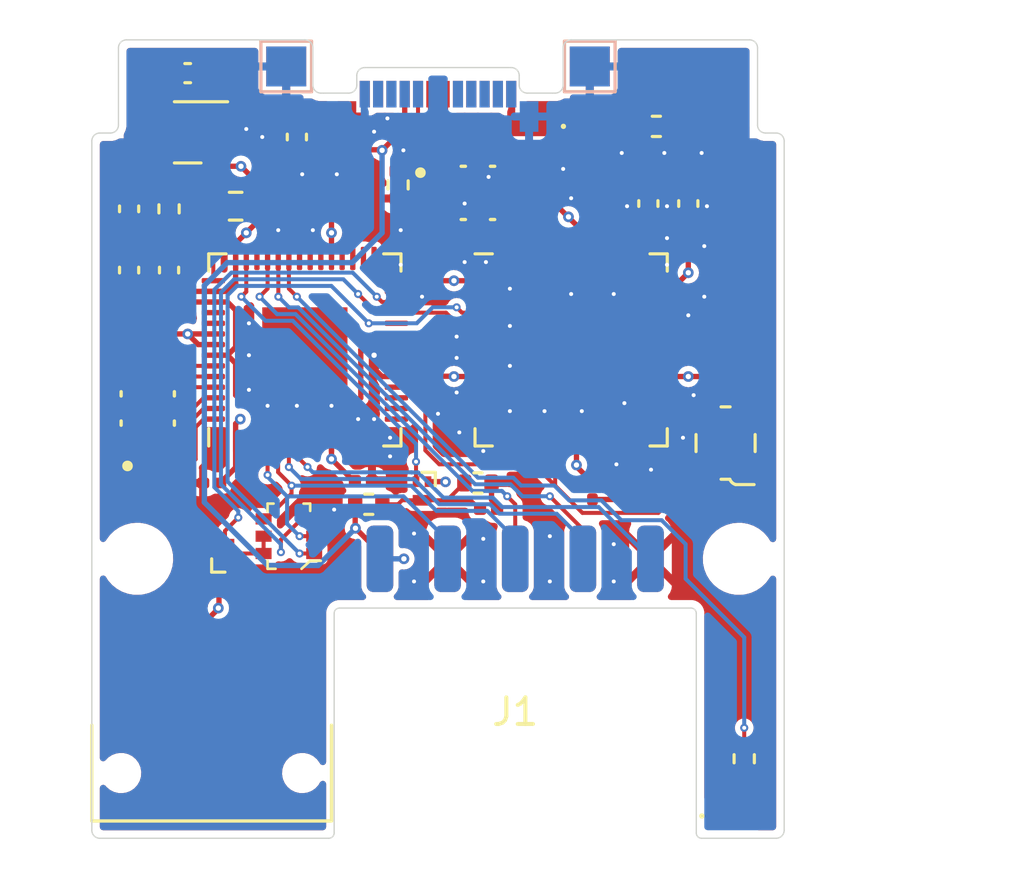
<source format=kicad_pcb>
(kicad_pcb (version 20221018) (generator pcbnew)
  (title_block (title "Expansion Card Template") (rev "X1") (company "Framework") (comment 1 "This work is licensed under a Creative Commons Attribution 4.0 International License") (comment 4 "https://frame.work"))
  (layers (0 "F.Cu" signal) (1 "In1.Cu" signal) (2 "In2.Cu" signal) (31 "B.Cu" signal) (34 "B.Paste" user) (35 "F.Paste" user) (36 "B.SilkS" user "B.Silkscreen") (37 "F.SilkS" user "F.Silkscreen") (38 "B.Mask" user) (39 "F.Mask" user) (44 "Edge.Cuts" user))
  (net 0 "")
  (net 1 "GND")
  (net 2 "+3V3")
  (net 3 "VBUS")
  (net 4 "OSC_OUT")
  (net 6 "/Development Board Section/1V1_CORE")
  (net 7 "/Debug Probe Section/1V1_CORE")
  (net 8 "Net-(C9-Pad1)")
  (net 9 "Net-(Q1-D)")
  (net 10 "Net-(D1-A)")
  (net 11 "Net-(D2-A)")
  (net 12 "Net-(P1-CC)")
  (net 13 "USB_D_P")
  (net 14 "USB_D_N")
  (net 16 "/Development Board Section/GPIO_ADC3")
  (net 18 "LED_EN")
  (net 19 "DEV_ENABLE")
  (net 22 "Net-(U4-USB_DP)")
  (net 23 "Net-(U4-USB_DM)")
  (net 24 "/Development Board Section/ADC_VREF")
  (net 25 "/Development Board Section/QSPI_SS")
  (net 26 "/Debug Probe Section/LED_INT_EN")
  (net 27 "UART1_RX")
  (net 28 "UART1_TX")
  (net 29 "GPIO2")
  (net 30 "GPIO3")
  (net 31 "GPIO4")
  (net 32 "GPIO5")
  (net 43 "SWCLK")
  (net 44 "SWDIO")
  (net 45 "/Development Board Section/RUN")
  (net 55 "GPIO_ADC0")
  (net 56 "GPIO_ADC1")
  (net 58 "/Development Board Section/QSPI_SD3")
  (net 59 "/Development Board Section/QSPI_SCLK")
  (net 60 "/Development Board Section/QSPI_SD0")
  (net 61 "/Development Board Section/QSPI_SD2")
  (net 62 "/Development Board Section/QSPI_SD1")
  (net 92 "/Debug Probe Section/QSPI_SD3")
  (net 93 "/Debug Probe Section/QSPI_SCLK")
  (net 94 "/Debug Probe Section/QSPI_SD0")
  (net 95 "/Debug Probe Section/QSPI_SD2")
  (net 96 "/Debug Probe Section/QSPI_SD1")
  (net 97 "/Debug Probe Section/QSPI_SS")
  (footprint "MountingHole:MountingHole_2.2mm_M2" (layer "F.Cu") (at 129 104.55)
    (fp_text reference "H1" hide)
    (fp_text value "MountingHole")
  )
  (footprint "SnapEDA:IC_W25Q16JVUXIQ_TR" (layer "F.Cu") (at 141.8 90.8)
    (fp_text reference "U5" hide)
    (fp_text value "W25Q16JVUXIQ")
  )
  (footprint "Package_DFN_QFN:QFN-56-1EP_7x7mm_P0.4mm_EP3.2x3.2mm" (layer "F.Cu") (at 135.3 96.7 90)
    (fp_text reference "U2" hide)
    (fp_text value "RP2040")
  )
  (footprint "digikey-footprints:SOT-363" (layer "F.Cu") (at 134.7 103.7 90)
    (fp_text reference "Q3" hide)
    (fp_text value "Q_Dual_NPN_NPN_C2E2C1E1B1B2")
  )
  (footprint "Capacitor_SMD:C_0201_0603Metric" (layer "F.Cu") (at 136.6 91.7)
    (fp_text reference "C24" hide)
    (fp_text value "100n")
  )
  (footprint "LED_SMD:LED_0402_1005Metric" (layer "F.Cu") (at 151.3 114.2125)
    (fp_text reference "D1" hide)
    (fp_text value "Green")
  )
  (footprint "Capacitor_SMD:C_0201_0603Metric" (layer "F.Cu") (at 140.3 97.9 -90)
    (fp_text reference "C19" hide)
    (fp_text value "100n")
  )
  (footprint "Capacitor_SMD:C_0201_0603Metric" (layer "F.Cu") (at 130.3 95.8 90)
    (fp_text reference "C6" hide)
    (fp_text value "100n")
  )
  (footprint "Capacitor_SMD:C_0402_1005Metric" (layer "F.Cu") (at 135 88.7 90)
    (fp_text reference "C1" hide)
    (fp_text value "10u")
  )
  (footprint "MountingHole:MountingHole_2.2mm_M2" (layer "F.Cu") (at 151.6 104.55)
    (fp_text reference "H2" hide)
    (fp_text value "MountingHole")
  )
  (footprint "Expansion_Card:USB_C_Plug_Molex_105444" (layer "F.Cu") (at 140.3 87.05)
    (fp_text reference "P1" hide)
    (fp_text value "USB_C_Plug_USB2.0")
    (fp_line (start -3.35 0) (end -4.3 0) (stroke (width 0.05)) (layer "Edge.Cuts"))
    (fp_line (start -3.05 -0.66) (end -3.05 -0.3) (stroke (width 0.05)) (layer "Edge.Cuts"))
    (fp_line (start -2.75 -0.96) (end 2.75 -0.96) (stroke (width 0.05)) (layer "Edge.Cuts"))
    (fp_line (start 3.05 -0.66) (end 3.05 -0.3) (stroke (width 0.05)) (layer "Edge.Cuts"))
    (fp_line (start 3.35 0) (end 4.3 0) (stroke (width 0.05)) (layer "Edge.Cuts"))
    (fp_arc (start -3.05 -0.66) (mid -2.962132 -0.872132) (end -2.75 -0.96) (stroke (width 0.05)) (layer "Edge.Cuts"))
    (fp_arc (start -3.05 -0.3) (mid -3.137868 -0.087868) (end -3.35 0) (stroke (width 0.05)) (layer "Edge.Cuts"))
    (fp_arc (start 2.75 -0.96) (mid 2.962132 -0.872132) (end 3.05 -0.66) (stroke (width 0.05)) (layer "Edge.Cuts"))
    (fp_arc (start 3.35 0) (mid 3.137868 -0.087868) (end 3.05 -0.3) (stroke (width 0.05)) (layer "Edge.Cuts"))
  )
  (footprint "Package_DFN_QFN:QFN-56-1EP_7x7mm_P0.4mm_EP3.2x3.2mm" (layer "F.Cu") (at 145.3 96.7)
    (fp_text reference "U4" hide)
    (fp_text value "RP2040")
  )
  (footprint "Capacitor_SMD:C_0402_1005Metric" (layer "F.Cu") (at 148.2 91.2 90)
    (fp_text reference "C14" hide)
    (fp_text value "2u2")
  )
  (footprint "Capacitor_SMD:C_0402_1005Metric" (layer "F.Cu") (at 128.7 93.7 90)
    (fp_text reference "C7" hide)
    (fp_text value "2u2")
  )
  (footprint "Capacitor_SMD:C_0402_1005Metric" (layer "F.Cu") (at 128.7 91.4 90)
    (fp_text reference "C9" hide)
    (fp_text value "2u2")
  )
  (footprint "Package_DFN_QFN:Diodes_UDFN2020-6_Type-F" (layer "F.Cu") (at 131.4 88.525 180)
    (fp_text reference "U1" hide)
    (fp_text value "AP7366EA-3.3")
  )
  (footprint "Capacitor_SMD:C_0402_1005Metric" (layer "F.Cu") (at 130.2 93.7 90)
    (fp_text reference "C8" hide)
    (fp_text value "2u2")
  )
  (footprint "Capacitor_SMD:C_0201_0603Metric" (layer "F.Cu") (at 137.5 101.6)
    (fp_text reference "C22" hide)
    (fp_text value "100n")
  )
  (footprint "SnapEDA:Pinheader_PCB_Edge_2x5_2.54mm" (layer "F.Cu") (at 143.2 110.8)
    (fp_text reference "J1")
    (fp_text value "Conn 10P")
  )
  (footprint "TestPoint:TestPoint_Pad_1.5x1.5mm" (layer "F.Cu") (at 146 86.05)
    (fp_text reference "TP3" hide)
    (fp_text value "TestPoint")
  )
  (footprint "TestPoint:TestPoint_Pad_1.5x1.5mm" (layer "F.Cu") (at 134.6 86.05)
    (fp_text reference "TP1" hide)
    (fp_text value "TestPoint")
  )
  (footprint "Oscillator:Oscillator_SMD_ECS_2520MV-xxx-xx-4Pin_2.5x2.0mm" (layer "F.Cu") (at 151.1 100.2 180)
    (fp_text reference "X1" hide)
    (fp_text value "ECS-2520MVLC-120-CM-TR")
  )
  (footprint "Capacitor_SMD:C_0201_0603Metric" (layer "F.Cu") (at 142.2 102.7)
    (fp_text reference "C18" hide)
    (fp_text value "1n")
  )
  (footprint "Capacitor_SMD:C_0201_0603Metric" (layer "F.Cu") (at 129 95.8 90)
    (fp_text reference "C11" hide)
    (fp_text value "100n")
  )
  (footprint "Capacitor_SMD:C_0201_0603Metric" (layer "F.Cu") (at 140.3 96.2 90)
    (fp_text reference "C5" hide)
    (fp_text value "100n")
  )
  (footprint "Resistor_SMD:R_0603_1608Metric" (layer "F.Cu") (at 132.7 91.3 180)
    (fp_text reference "R11" hide)
    (fp_text value "200R")
  )
  (footprint "SnapEDA:IC_W25Q16JVUXIQ_TR" (layer "F.Cu") (at 129.4 98.9 90)
    (fp_text reference "U3" hide)
    (fp_text value "W25Q16JVUXIQ")
  )
  (footprint "Capacitor_SMD:C_0201_0603Metric" (layer "F.Cu") (at 140.3 93.8 90)
    (fp_text reference "C16" hide)
    (fp_text value "100n")
  )
  (footprint "Package_DFN_QFN:Diodes_DFN1006-3" (layer "F.Cu") (at 132.3 104.35 90)
    (fp_text reference "Q2" hide)
    (fp_text value "Q_PMOS_SGD")
  )
  (footprint "Resistor_SMD:R_0402_1005Metric" (layer "F.Cu") (at 130.2 91.4 -90)
    (fp_text reference "R12" hide)
    (fp_text value "1R")
  )
  (footprint "Capacitor_SMD:C_0201_0603Metric" (layer "F.Cu") (at 150.3 97.4 90)
    (fp_text reference "C21" hide)
    (fp_text value "100n")
  )
  (footprint "Capacitor_SMD:C_0201_0603Metric" (layer "F.Cu") (at 146.1 102 -90)
    (fp_text reference "C20" hide)
    (fp_text value "100n")
  )
  (footprint "Capacitor_SMD:C_0402_1005Metric" (layer "F.Cu") (at 130.9 86.3)
    (fp_text reference "C2" hide)
    (fp_text value "10u")
  )
  (footprint "Resistor_SMD:R_0402_1005Metric" (layer "F.Cu") (at 138.8 90.5 -90)
    (fp_text reference "R1" hide)
    (fp_text value "5k1")
  )
  (footprint "Package_DFN_QFN:Diodes_DFN1006-3" (layer "F.Cu") (at 139.7 102 -90)
    (fp_text reference "Q1" hide)
    (fp_text value "DMG1012T")
  )
  (footprint "Capacitor_SMD:C_0201_0603Metric" (layer "F.Cu") (at 131.8 101.7 180)
    (fp_text reference "C10" hide)
    (fp_text value "100n")
  )
  (footprint "Resistor_SMD:R_0402_1005Metric" (layer "F.Cu") (at 148.5 88.3 180)
    (fp_text reference "R17" hide)
    (fp_text value "470R")
  )
  (footprint "Capacitor_SMD:C_0201_0603Metric" (layer "F.Cu") (at 147.3 102 -90)
    (fp_text reference "C12" hide)
    (fp_text value "100n")
  )
  (footprint "Resistor_SMD:R_0402_1005Metric" (layer "F.Cu") (at 137.7 102.5)
    (fp_text reference "R15" hide)
    (fp_text value "200K")
  )
  (footprint "Capacitor_SMD:C_0201_0603Metric" (layer "F.Cu") (at 144.7 90.8 90)
    (fp_text reference "C13" hide)
    (fp_text value "100n")
  )
  (footprint "Capacitor_SMD:C_0402_1005Metric" (layer "F.Cu") (at 149.7 91.2 90)
    (fp_text reference "C15" hide)
    (fp_text value "2u2")
  )
  (footprint "SnapEDA:SW_JS102011SAQN" (layer "F.Cu") (at 131.8 112.6)
    (fp_text reference "S1" hide)
    (fp_text value "JS102011SAQN")
  )
  (footprint "Resistor_SMD:R_0402_1005Metric" (layer "F.Cu") (at 141.8 101.7)
    (fp_text reference "R16" hide)
    (fp_text value "100K")
  )
  (footprint "Resistor_SMD:R_0201_0603Metric" (layer "F.Cu") (at 145.9 91.3 -90)
    (fp_text reference "R9" hide)
    (fp_text value "27R")
  )
  (footprint "Resistor_SMD:R_0201_0603Metric" (layer "F.Cu") (at 146.8 91.3 -90)
    (fp_text reference "R10" hide)
    (fp_text value "27R")
  )
  (footprint "LED_SMD:LED_0402_1005Metric" (layer "F.Cu") (at 146.1 88.3)
    (fp_text reference "D2" hide)
    (fp_text value "Orange")
  )
  (footprint "Resistor_SMD:R_0402_1005Metric" (layer "F.Cu") (at 151.8 112.0625 -90)
    (fp_text reference "R4" hide)
    (fp_text value "470R")
  )
  (footprint "TestPoint:TestPoint_Pad_1.5x1.5mm" (layer "B.Cu") (at 134.6 86.05 180)
    (fp_text reference "TP2" hide)
    (fp_text value "TestPoint")
  )
  (footprint "TestPoint:TestPoint_Pad_1.5x1.5mm" (layer "B.Cu") (at 146 86.05 180)
    (fp_text reference "TP4" hide)
    (fp_text value "TestPoint")
  )
  (gr_arc (start 150.2 115.05) (mid 150.058579 114.991421) (end 150 114.85) (stroke (width 0.05)) (layer "Edge.Cuts"))
  (gr_line (start 145.3 85.05) (end 152 85.05) (stroke (width 0.05)) (layer "Edge.Cuts"))
  (gr_line (start 136.4 114.85) (end 136.4 106.6) (stroke (width 0.05)) (layer "Edge.Cuts"))
  (gr_line (start 128.3 88.25) (end 128.3 85.35) (stroke (width 0.05)) (layer "Edge.Cuts"))
  (gr_line (start 135.6 86.75) (end 135.6 85.35) (stroke (width 0.05)) (layer "Edge.Cuts"))
  (gr_arc (start 153.3 114.75) (mid 153.212132 114.962132) (end 153 115.05) (stroke (width 0.05)) (layer "Edge.Cuts"))
  (gr_arc (start 135.9 87.05) (mid 135.687868 86.962132) (end 135.6 86.75) (stroke (width 0.05)) (layer "Edge.Cuts"))
  (gr_line (start 127.3 88.85) (end 127.3 114.75) (stroke (width 0.05)) (layer "Edge.Cuts"))
  (gr_arc (start 128.3 85.35) (mid 128.387868 85.137868) (end 128.6 85.05) (stroke (width 0.05)) (layer "Edge.Cuts"))
  (gr_arc (start 153 88.55) (mid 153.212132 88.637868) (end 153.3 88.85) (stroke (width 0.05)) (layer "Edge.Cuts"))
  (gr_arc (start 127.6 115.05) (mid 127.387868 114.962132) (end 127.3 114.75) (stroke (width 0.05)) (layer "Edge.Cuts"))
  (gr_line (start 152.3 88.25) (end 152.3 85.35) (stroke (width 0.05)) (layer "Edge.Cuts"))
  (gr_arc (start 145 85.35) (mid 145.087868 85.137868) (end 145.3 85.05) (stroke (width 0.05)) (layer "Edge.Cuts"))
  (gr_line (start 150 106.6) (end 150 114.85) (stroke (width 0.05)) (layer "Edge.Cuts"))
  (gr_arc (start 136.4 114.85) (mid 136.341421 114.991421) (end 136.2 115.05) (stroke (width 0.05)) (layer "Edge.Cuts"))
  (gr_arc (start 149.8 106.4) (mid 149.941421 106.458579) (end 150 106.6) (stroke (width 0.05)) (layer "Edge.Cuts"))
  (gr_line (start 152.6 88.55) (end 153 88.55) (stroke (width 0.05)) (layer "Edge.Cuts"))
  (gr_arc (start 136.4 106.6) (mid 136.458579 106.458579) (end 136.6 106.4) (stroke (width 0.05)) (layer "Edge.Cuts"))
  (gr_arc (start 145 86.75) (mid 144.912132 86.962132) (end 144.7 87.05) (stroke (width 0.05)) (layer "Edge.Cuts"))
  (gr_line (start 150.2 115.05) (end 153 115.05) (stroke (width 0.05)) (layer "Edge.Cuts"))
  (gr_line (start 136.6 106.4) (end 149.8 106.4) (stroke (width 0.05)) (layer "Edge.Cuts"))
  (gr_line (start 135.3 85.05) (end 128.6 85.05) (stroke (width 0.05)) (layer "Edge.Cuts"))
  (gr_line (start 127.6 115.05) (end 136.2 115.05) (stroke (width 0.05)) (layer "Edge.Cuts"))
  (gr_line (start 145 86.75) (end 145 85.35) (stroke (width 0.05)) (layer "Edge.Cuts"))
  (gr_arc (start 127.3 88.85) (mid 127.387868 88.637868) (end 127.6 88.55) (stroke (width 0.05)) (layer "Edge.Cuts"))
  (gr_line (start 153.3 88.85) (end 153.3 114.75) (stroke (width 0.05)) (layer "Edge.Cuts"))
  (gr_line (start 144.6 87.05) (end 144.7 87.05) (stroke (width 0.05)) (layer "Edge.Cuts"))
  (gr_arc (start 152.6 88.55) (mid 152.387868 88.462132) (end 152.3 88.25) (stroke (width 0.05)) (layer "Edge.Cuts"))
  (gr_arc (start 135.3 85.05) (mid 135.512132 85.137868) (end 135.6 85.35) (stroke (width 0.05)) (layer "Edge.Cuts"))
  (gr_line (start 127.6 88.55) (end 128 88.55) (stroke (width 0.05)) (layer "Edge.Cuts"))
  (gr_line (start 135.9 87.05) (end 136 87.05) (stroke (width 0.05)) (layer "Edge.Cuts"))
  (gr_arc (start 152 85.05) (mid 152.212132 85.137868) (end 152.3 85.35) (stroke (width 0.05)) (layer "Edge.Cuts"))
  (gr_arc (start 128.3 88.25) (mid 128.212132 88.462132) (end 128 88.55) (stroke (width 0.05)) (layer "Edge.Cuts"))
  (segment (start 146.1 102.32) (end 147.3 102.32) (width 0.2) (layer "F.Cu") (net 1))
  (segment (start 142.52 102.7) (end 142.52 102.544312) (width 0.2) (layer "F.Cu") (net 1))
  (segment (start 140.96967 96.2) (end 141 96.2) (width 0.2) (layer "F.Cu") (net 1))
  (segment (start 137.9 97.4) (end 138.2 97.7) (width 0.2) (layer "F.Cu") (net 1))
  (segment (start 140.3 95.88) (end 140.64967 95.88) (width 0.2) (layer "F.Cu") (net 1))
  (segment (start 140.64967 95.88) (end 140.96967 96.2) (width 0.2) (layer "F.Cu") (net 1))
  (segment (start 142.52 102.544312) (end 142.31 102.334312) (width 0.2) (layer "F.Cu") (net 1))
  (segment (start 142.31 102.334312) (end 142.31 101.7) (width 0.2) (layer "F.Cu") (net 1))
  (segment (start 144.3 100.1375) (end 144.3 99.3) (width 0.2) (layer "F.Cu") (net 1))
  (segment (start 138.2 97.7) (end 138.7375 97.7) (width 0.2) (layer "F.Cu") (net 1))
  (segment (start 137.9 96.9) (end 137.9 97.4) (width 0.2) (layer "F.Cu") (net 1))
  (via (at 148.9 92.5) (size 0.3) (drill 0.15) (layers "F.Cu" "B.Cu") (net 1))
  (via (at 138.5 100.7) (size 0.3) (drill 0.15) (layers "F.Cu" "B.Cu") (net 1))
  (via (at 146.9 105.4) (size 0.3) (drill 0.15) (layers "F.Cu" "B.Cu") (net 1))
  (via (at 134.3 92.2) (size 0.3) (drill 0.15) (layers "F.Cu" "B.Cu") (net 1))
  (via (at 139.7 94.7) (size 0.3) (drill 0.15) (layers "F.Cu" "B.Cu") (net 1))
  (via (at 148.9 91.3) (size 0.3) (drill 0.15) (layers "F.Cu" "B.Cu") (net 1))
  (via (at 133.2 98.2) (size 0.3) (drill 0.15) (layers "F.Cu" "B.Cu") (net 1))
  (via (at 133.7 88.7) (size 0.3) (drill 0.15) (layers "F.Cu" "B.Cu") (net 1))
  (via (at 148.8 89.3) (size 0.3) (drill 0.15) (layers "F.Cu" "B.Cu") (net 1))
  (via (at 141 98.3) (size 0.3) (drill 0.15) (layers "F.Cu" "B.Cu") (net 1))
  (via (at 144.3 99) (size 0.3) (drill 0.15) (layers "F.Cu" "B.Cu") (net 1))
  (via (at 150.4 91.3) (size 0.3) (drill 0.15) (layers "F.Cu" "B.Cu") (net 1))
  (via (at 133.2 96.9) (size 0.3) (drill 0.15) (layers "F.Cu" "B.Cu") (net 1))
  (via (at 148.9 93.5) (size 0.3) (drill 0.15) (layers "F.Cu" "B.Cu") (net 1))
  (via (at 143 95.8) (size 0.3) (drill 0.15) (layers "F.Cu" "B.Cu") (net 1))
  (via (at 133.1 88.4) (size 0.3) (drill 0.15) (layers "F.Cu" "B.Cu") (net 1))
  (via (at 139 89.2) (size 0.3) (drill 0.15) (layers "F.Cu" "B.Cu") (net 1))
  (via (at 145 89.9) (size 0.3) (drill 0.15) (layers "F.Cu" "B.Cu") (net 1))
  (via (at 149.5 100) (size 0.3) (drill 0.15) (layers "F.Cu" "B.Cu") (net 1))
  (via (at 147 101) (size 0.3) (drill 0.15) (layers "F.Cu" "B.Cu") (net 1))
  (via (at 138.4 88) (size 0.3) (drill 0.15) (layers "F.Cu" "B.Cu") (net 1))
  (via (at 138.9 93.5) (size 0.3) (drill 0.15) (layers "F.Cu" "B.Cu") (net 1))
  (via (at 133.2 95.7) (size 0.3) (drill 0.15) (layers "F.Cu" "B.Cu") (net 1))
  (via (at 140.3 99.1) (size 0.3) (drill 0.15) (layers "F.Cu" "B.Cu") (net 1))
  (via (at 148.3 101.2) (size 0.3) (drill 0.15) (layers "F.Cu" "B.Cu") (net 1))
  (via (at 136.3 98.8) (size 0.3) (drill 0.15) (layers "F.Cu" "B.Cu") (net 1))
  (via (at 143 97.3) (size 0.3) (drill 0.15) (layers "F.Cu" "B.Cu") (net 1))
  (via (at 142 103.8) (size 0.3) (drill 0.15) (layers "F.Cu" "B.Cu") (net 1))
  (via (at 143 99) (size 0.3) (drill 0.15) (layers "F.Cu" "B.Cu") (net 1))
  (via (at 147.2 89.3) (size 0.3) (drill 0.15) (layers "F.Cu" "B.Cu") (net 1))
  (via (at 135 98.8) (size 0.3) (drill 0.15) (layers "F.Cu" "B.Cu") (net 1))
  (via (at 136.4 102.7) (size 0.3) (drill 0.15) (layers "F.Cu" "B.Cu") (net 1))
  (via (at 149.7 95.4) (size 0.3) (drill 0.15) (layers "F.Cu" "B.Cu") (net 1))
  (via (at 141.3 93.4) (size 0.3) (drill 0.15) (layers "F.Cu" "B.Cu") (net 1))
  (via (at 150.3 94.7) (size 0.3) (drill 0.15) (layers "F.Cu" "B.Cu") (net 1))
  (via (at 147.4 91.3) (size 0.3) (drill 0.15) (layers "F.Cu" "B.Cu") (net 1))
  (via (at 149.9 98.4) (size 0.3) (drill 0.15) (layers "F.Cu" "B.Cu") (net 1))
  (via (at 150.3 92.8) (size 0.3) (drill 0.15) (layers "F.Cu" "B.Cu") (net 1))
  (via (at 141 96.2) (size 0.3) (drill 0.15) (layers "F.Cu" "B.Cu") (net 1))
  (via (at 145.3 94.6) (size 0.3) (drill 0.15) (layers "F.Cu" "B.Cu") (net 1))
  (via (at 136.5 90.1) (size 0.3) (drill 0.15) (layers "F.Cu" "B.Cu") (net 1))
  (via (at 141.1 99.8) (size 0.3) (drill 0.15) (layers "F.Cu" "B.Cu") (net 1))
  (via (at 142 100.5) (size 0.3) (drill 0.15) (layers "F.Cu" "B.Cu") (net 1))
  (via (at 137.3 99.3) (size 0.3) (drill 0.15) (layers "F.Cu" "B.Cu") (net 1))
  (via (at 142.1 93.4) (size 0.3) (drill 0.15) (layers "F.Cu" "B.Cu") (net 1))
  (via (at 146.9 104) (size 0.3) (drill 0.15) (layers "F.Cu" "B.Cu") (net 1))
  (via (at 142 105.4) (size 0.3) (drill 0.15) (layers "F.Cu" "B.Cu") (net 1))
  (via (at 145.7 99) (size 0.3) (drill 0.15) (layers "F.Cu" "B.Cu") (net 1))
  (via (at 144.5 105.4) (size 0.3) (drill 0.15) (layers "F.Cu" "B.Cu") (net 1))
  (via (at 141 97) (size 0.3) (drill 0.15) (layers "F.Cu" "B.Cu") (net 1))
  (via (at 135.2 90.1) (size 0.3) (drill 0.15) (layers "F.Cu" "B.Cu") (net 1))
  (via (at 139.4 103.6) (size 0.3) (drill 0.15) (layers "F.Cu" "B.Cu") (net 1))
  (via (at 142.2 90.2) (size 0.3) (drill 0.15) (layers "F.Cu" "B.Cu") (net 1))
  (via (at 137.9 99.3) (size 0.3) (drill 0.15) (layers "F.Cu" "B.Cu") (net 1))
  (via (at 150.2 89.3) (size 0.3) (drill 0.15) (layers "F.Cu" "B.Cu") (net 1))
  (via (at 145.3 91) (size 0.3) (drill 0.15) (layers "F.Cu" "B.Cu") (net 1))
  (via (at 139.4 105.4) (size 0.3) (drill 0.15) (layers "F.Cu" "B.Cu") (net 1))
  (via (at 135.6 92.2) (size 0.3) (drill 0.15) (layers "F.Cu" "B.Cu") (net 1))
  (via (at 144.5 103.7) (size 0.3) (drill 0.15) (layers "F.Cu" "B.Cu") (net 1))
  (via (at 146.9 94.6) (size 0.3) (drill 0.15) (layers "F.Cu" "B.Cu") (net 1))
  (via (at 133.9 98.8) (size 0.3) (drill 0.15) (layers "F.Cu" "B.Cu") (net 1))
  (via (at 147.3 98.7) (size 0.3) (drill 0.15) (layers "F.Cu" "B.Cu") (net 1))
  (via (at 138.5 100) (size 0.3) (drill 0.15) (layers "F.Cu" "B.Cu") (net 1))
  (via (at 137.9 88.5) (size 0.3) (drill 0.15) (layers "F.Cu" "B.Cu") (net 1))
  (via (at 143 94.4) (size 0.3) (drill 0.15) (layers "F.Cu" "B.Cu") (net 1))
  (via (at 138.9 92.2) (size 0.3) (drill 0.15) (layers "F.Cu" "B.Cu") (net 1))
  (via (at 137.9 96.9) (size 0.4) (drill 0.2) (layers "F.Cu" "B.Cu") (net 1))
  (via (at 141.3 91.2) (size 0.3) (drill 0.15) (layers "F.Cu" "B.Cu") (net 1))
  (segment (start 149.7 97.7) (end 150.28 97.7) (width 0.2) (layer "F.Cu") (net 2))
  (segment (start 132.394974 94.5) (end 132.694974 94.2) (width 0.2) (layer "F.Cu") (net 2))
  (segment (start 129.3 109.1755) (end 129.3 109.85) (width 0.2) (layer "F.Cu") (net 2))
  (segment (start 132.7 101.12) (end 132.12 101.7) (width 0.2) (layer "F.Cu") (net 2))
  (segment (start 130.3 96.12) (end 130.28 96.1) (width 0.2) (layer "F.Cu") (net 2))
  (segment (start 145.9 93.2625) (end 145.9 92.415688) (width 0.2) (layer "F.Cu") (net 2))
  (segment (start 132.0505 106.425) (end 129.3 109.1755) (width 0.2) (layer "F.Cu") (net 2))
  (segment (start 129 96.925736) (end 128.65 97.275736) (width 0.2) (layer "F.Cu") (net 2))
  (segment (start 140.32 94.1) (end 140.3 94.12) (width 0.2) (layer "F.Cu") (net 2))
  (segment (start 130.32 96.1) (end 130.3 96.12) (width 0.2) (layer "F.Cu") (net 2))
  (segment (start 136.3 91.72) (end 136.28 91.7) (width 0.2) (layer "F.Cu") (net 2))
  (segment (start 140.579954 101.658107) (end 140.571847 101.65) (width 0.2) (layer "F.Cu") (net 2))
  (segment (start 147.8 94.105026) (end 147.8 97.294974) (width 0.2) (layer "F.Cu") (net 2))
  (segment (start 130.42 87.8325) (end 130.4625 87.875) (width 0.2) (layer "F.Cu") (net 2))
  (segment (start 132.7 92.7) (end 133.1 92.3) (width 0.2) (layer "F.Cu") (net 2))
  (segment (start 132.8745 99.3) (end 132.7 99.4745) (width 0.2) (layer "F.Cu") (net 2))
  (segment (start 130.9 96.1) (end 130.32 96.1) (width 0.2) (layer "F.Cu") (net 2))
  (segment (start 147.5 93.794974) (end 147.805026 94.1) (width 0.2) (layer "F.Cu") (net 2))
  (segment (start 143.474312 90.05) (end 144.544312 91.12) (width 0.2) (layer "F.Cu") (net 2))
  (segment (start 147.805026 94.1) (end 147.8 94.105026) (width 0.2) (layer "F.Cu") (net 2))
  (segment (start 147.5 93.2625) (end 147.5 93.794974) (width 0.2) (layer "F.Cu") (net 2))
  (segment (start 132.0505 106.4005) (end 132.0505 106.425) (width 0.2) (layer "F.Cu") (net 2))
  (segment (start 130.28 96.1) (end 129.02 96.1) (width 0.2) (layer "F.Cu") (net 2))
  (segment (start 128.65 97.275736) (end 128.65 97.65) (width 0.2) (layer "F.Cu") (net 2))
  (segment (start 133.525 90.425) (end 133.525 91.3) (width 0.2) (layer "F.Cu") (net 2))
  (segment (start 145.184312 91.7) (end 144.7 91.215688) (width 0.2) (layer "F.Cu") (net 2))
  (segment (start 136.3 100.1375) (end 136.3 100.8) (width 0.2) (layer "F.Cu") (net 2))
  (segment (start 150.3 97.72) (end 151.075 98.495) (width 0.2) (layer "F.Cu") (net 2))
  (segment (start 133.525 91.375) (end 133.525 91.3) (width 0.2) (layer "F.Cu") (net 2))
  (segment (start 133.525 91.875) (end 133.525 91.3) (width 0.2) (layer "F.Cu") (net 2))
  (segment (start 130 89.8) (end 129.8 89.6) (width 0.2) (layer "F.Cu") (net 2))
  (segment (start 131.8625 96.1) (end 130.9 96.1) (width 0.2) (layer "F.Cu") (net 2))
  (segment (start 132.7 101.1) (end 132.7 101.12) (width 0.2) (layer "F.Cu") (net 2))
  (segment (start 132.9 89.8) (end 133.525 90.425) (width 0.2) (layer "F.Cu") (net 2))
  (segment (start 131.3 96.5) (end 130.9 96.1) (width 0.2) (layer "F.Cu") (net 2))
  (segment (start 132.7 100.1375) (end 132.7 101.1) (width 0.2) (layer "F.Cu") (net 2))
  (segment (start 148.7375 94.1) (end 149.4 94.1) (width 0.2) (layer "F.Cu") (net 2))
  (segment (start 133.1 92.3) (end 133.525 91.875) (width 0.2) (layer "F.Cu") (net 2))
  (segment (start 138.7375 96.5) (end 139.269974 96.5) (width 0.2) (layer "F.Cu") (net 2))
  (segment (start 145.5 100.1375) (end 145.5 101.0255) (width 0.2) (layer "F.Cu") (net 2))
  (segment (start 129 96.12) (end 129 96.925736) (width 0.2) (layer "F.Cu") (net 2))
  (segment (start 147.8 97.294974) (end 148.205026 97.7) (width 0.2) (layer "F.Cu") (net 2))
  (segment (start 145.5 101.0255) (end 145.5 101.08) (width 0.2) (layer "F.Cu") (net 2))
  (segment (start 130.075 87.875) (end 130.4625 87.875) (width 0.2) (layer "F.Cu") (net 2))
  (segment (start 148.7375 97.7) (end 149.7 97.7) (width 0.2) (layer "F.Cu") (net 2))
  (segment (start 132.0505 106.4005) (end 132.075 106.376) (width 0.2) (layer "F.Cu") (net 2))
  (segment (start 132.7 93.2625) (end 132.7 92.7) (width 0.2) (layer "F.Cu") (net 2))
  (segment (start 132.075 106.376) (end 132.075 104.7) (width 0.2) (layer "F.Cu") (net 2))
  (segment (start 137.18 101.68) (end 137.18 101.7) (width 0.2) (layer "F.Cu") (net 2))
  (segment (start 145.2 91.715688) (end 145.2 91.7) (width 0.2) (layer "F.Cu") (net 2))
  (segment (start 140.9 97.7) (end 140.89 97.69) (width 0.2) (layer "F.Cu") (net 2))
  (segment (start 130.52 94.5) (end 130.2 94.18) (width 0.2) (layer "F.Cu") (net 2))
  (segment (start 145.2 91.7) (end 145.184312 91.7) (width 0.2) (layer "F.Cu") (net 2))
  (segment (start 144.544312 91.12) (end 144.7 91.12) (width 0.2) (layer "F.Cu") (net 2))
  (segment (start 136.3 93.2625) (end 136.3 92.3) (width 0.2) (layer "F.Cu") (net 2))
  (segment (start 151.075 100.425) (end 150.375 101.125) (width 0.2) (layer "F.Cu") (net 2))
  (segment (start 140.9 97.7) (end 141.8625 97.7) (width 0.2) (layer "F.Cu") (net 2))
  (segment (start 132.7 94.194974) (end 132.7 93.2625) (width 0.2) (layer "F.Cu") (net 2))
  (segment (start 140.9 94.1) (end 140.32 94.1) (width 0.2) (layer "F.Cu") (net 2))
  (segment (start 140.89 97.69) (end 140.41 97.69) (width 0.2) (layer "F.Cu") (net 2))
  (segment (start 129.8 88.15) (end 130.075 87.875) (width 0.2) (layer "F.Cu") (net 2))
  (segment (start 145.5 93.2625) (end 145.5 92.015688) (width 0.2) (layer "F.Cu") (net 2))
  (segment (start 131.8625 94.5) (end 130.52 94.5) (width 0.2) (layer "F.Cu") (net 2))
  (segment (start 141.8625 94.1) (end 140.9 94.1) (width 0.2) (layer "F.Cu") (net 2))
  (segment (start 132.7 99.4745) (end 132.7 100.1375) (width 0.2) (layer "F.Cu") (net 2))
  (segment (start 150.28 97.7) (end 150.3 97.72) (width 0.2) (layer "F.Cu") (net 2))
  (segment (start 129.8 89.6) (end 129.8 88.15) (width 0.2) (layer "F.Cu") (net 2))
  (segment (start 149.4 94.1) (end 149.7 93.8) (width 0.2) (layer "F.Cu") (net 2))
  (segment (start 132.7 94.2) (end 132.7 94.194974) (width 0.2) (layer "F.Cu") (net 2))
  (segment (start 151.075 98.495) (end 151.075 100.425) (width 0.2) (layer "F.Cu") (net 2))
  (segment (start 140.3 97.530026) (end 140.3 97.58) (width 0.2) (layer "F.Cu") (net 2))
  (segment (start 140.41 97.69) (end 140.3 97.58) (width 0.2) (layer "F.Cu") (net 2))
  (segment (start 130.42 86.3) (end 130.42 87.8325) (width 0.2) (layer "F.Cu") (net 2))
  (segment (start 145.5 92.015688) (end 145.2 91.715688) (width 0.2) (layer "F.Cu") (net 2))
  (segment (start 132.9 89.8) (end 130 89.8) (width 0.2) (layer "F.Cu") (net 2))
  (segment (start 144.7 91.215688) (end 144.7 91.12) (width 0.2) (layer "F.Cu") (net 2))
  (segment (start 136.3 92.3) (end 136.3 91.72) (width 0.2) (layer "F.Cu") (net 2))
  (segment (start 132.7 94.194974) (end 132.7 94.194974) (width 0.2) (layer "F.Cu") (net 2))
  (segment (start 149.7 93.8) (end 149.7 91.68) (width 0.2) (layer "F.Cu") (net 2))
  (segment (start 129.3 110.5) (end 129.3 109.85) (width 0.2) (layer "F.Cu") (net 2))
  (segment (start 145.5 101.08) (end 146.1 101.68) (width 0.2) (layer "F.Cu") (net 2))
  (segment (start 140.571847 101.65) (end 139.925 101.65) (width 0.2) (layer "F.Cu") (net 2))
  (segment (start 131.8625 96.5) (end 131.3 96.5) (width 0.2) (layer "F.Cu") (net 2))
  (segment (start 129.02 96.1) (end 129 96.12) (width 0.2) (layer "F.Cu") (net 2))
  (segment (start 147.805026 94.1) (end 148.7375 94.1) (width 0.2) (layer "F.Cu") (net 2))
  (segment (start 143.05 90.05) (end 143.474312 90.05) (width 0.2) (layer "F.Cu") (net 2))
  (segment (start 131.8625 94.5) (end 132.394974 94.5) (width 0.2) (layer "F.Cu") (net 2))
  (segment (start 148.205026 97.7) (end 148.7375 97.7) (width 0.2) (layer "F.Cu") (net 2))
  (segment (start 145.9 92.415688) (end 145.5 92.015688) (width 0.2) (layer "F.Cu") (net 2))
  (segment (start 139.269974 96.5) (end 140.3 97.530026) (width 0.2) (layer "F.Cu") (net 2))
  (segment (start 136.3 100.8) (end 137.18 101.68) (width 0.2) (layer "F.Cu") (net 2))
  (via (at 145.5 101.0255) (size 0.4) (drill 0.2) (layers "F.Cu" "B.Cu") (net 2))
  (via (at 132.8745 99.3) (size 0.4) (drill 0.2) (layers "F.Cu" "B.Cu") (net 2))
  (via (at 145.2 91.7) (size 0.4) (drill 0.2) (layers "F.Cu" "B.Cu") (net 2))
  (via (at 132.0505 106.4005) (size 0.4) (drill 0.2) (layers "F.Cu" "B.Cu") (net 2))
  (via (at 149.7 97.7) (size 0.4) (drill 0.2) (layers "F.Cu" "B.Cu") (net 2))
  (via (at 130.9 96.1) (size 0.4) (drill 0.2) (layers "F.Cu" "B.Cu") (net 2))
  (via (at 133.1 92.3) (size 0.4) (drill 0.2) (layers "F.Cu" "B.Cu") (net 2))
  (via (at 140.9 94.1) (size 0.4) (drill 0.2) (layers "F.Cu" "B.Cu") (net 2))
  (via (at 132.9 89.8) (size 0.4) (drill 0.2) (layers "F.Cu" "B.Cu") (net 2))
  (via (at 136.3 92.3) (size 0.4) (drill 0.2) (layers "F.Cu" "B.Cu") (net 2))
  (via (at 149.7 93.8) (size 0.4) (drill 0.2) (layers "F.Cu" "B.Cu") (net 2))
  (via (at 136.3 100.8) (size 0.4) (drill 0.2) (layers "F.Cu" "B.Cu") (net 2))
  (via (at 139.0195 104.55) (size 0.4) (drill 0.2) (layers "F.Cu" "B.Cu") (net 2))
  (via (at 140.579954 101.658107) (size 0.4) (drill 0.2) (layers "F.Cu" "B.Cu") (net 2))
  (via (at 140.9 97.7) (size 0.4) (drill 0.2) (layers "F.Cu" "B.Cu") (net 2))
  (segment (start 139.0195 104.55) (end 138.12 104.55) (width 0.2) (layer "B.Cu") (net 2))
  (segment (start 138.12 104.32) (end 138.12 104.55) (width 0.2) (layer "F.Cu") (net 3))
  (segment (start 134.98 89.18) (end 135 89.18) (width 0.2) (layer "F.Cu") (net 3))
  (segment (start 137.19 102.5) (end 137.19 103.39) (width 0.2) (layer "F.Cu") (net 3))
  (segment (start 138.18 89.18) (end 135 89.18) (width 0.2) (layer "F.Cu") (net 3))
  (segment (start 132.3375 87.875) (end 133.675 87.875) (width 0.2) (layer "F.Cu") (net 3))
  (segment (start 138.2 89.2) (end 138.18 89.18) (width 0.2) (layer "F.Cu") (net 3))
  (segment (start 132.3375 89.175) (end 134.995 89.175) (width 0.2) (layer "F.Cu") (net 3))
  (segment (start 133.675 87.875) (end 134.98 89.18) (width 0.2) (layer "F.Cu") (net 3))
  (segment (start 138.2 89.2) (end 139.05 88.35) (width 0.2) (layer "F.Cu") (net 3))
  (segment (start 139.05 88.35) (end 139.05 87.09) (width 0.2) (layer "F.Cu") (net 3))
  (segment (start 137.79 104.01) (end 138.2 104.01) (width 0.2) (layer "F.Cu") (net 3))
  (segment (start 137.19 103.39) (end 138.12 104.32) (width 0.2) (layer "F.Cu") (net 3))
  (segment (start 134.995 89.175) (end 135 89.18) (width 0.2) (layer "F.Cu") (net 3))
  (via (at 138.2 89.2) (size 0.4) (drill 0.2) (layers "F.Cu" "B.Cu") (net 3))
  (via (at 137.2 103.4) (size 0.4) (drill 0.2) (layers "F.Cu" "B.Cu") (net 3))
  (segment (start 133.9 104.8) (end 135.8 104.8) (width 0.2) (layer "B.Cu") (net 3))
  (segment (start 131.525 102.425) (end 133.9 104.8) (width 0.2) (layer "B.Cu") (net 3))
  (segment (start 135.8 104.8) (end 137.2 103.4) (width 0.2) (layer "B.Cu") (net 3))
  (segment (start 137.079 93.421) (end 132.385041 93.421) (width 0.2) (layer "B.Cu") (net 3))
  (segment (start 138.2 92.3) (end 137.079 93.421) (width 0.2) (layer "B.Cu") (net 3))
  (segment (start 132.385041 93.421) (end 131.525 94.281039) (width 0.2) (layer "B.Cu") (net 3))
  (segment (start 138.2 89.2) (end 138.2 92.3) (width 0.2) (layer "B.Cu") (net 3))
  (segment (start 131.525 94.281039) (end 131.525 102.425) (width 0.2) (layer "B.Cu") (net 3))
  (segment (start 149.6 100.778248) (end 149.978248 100.4) (width 0.15) (layer "F.Cu") (net 4))
  (segment (start 148.575 102.825) (end 149.6 101.8) (width 0.15) (layer "F.Cu") (net 4))
  (segment (start 139.825 97.725) (end 139.4 97.3) (width 0.15) (layer "F.Cu") (net 4))
  (segment (start 144.7 101.8) (end 143.9 101) (width 0.15) (layer "F.Cu") (net 4))
  (segment (start 139.4 97.3) (end 138.7375 97.3) (width 0.15) (layer "F.Cu") (net 4))
  (segment (start 140.35 101) (end 139.825 100.475) (width 0.15) (layer "F.Cu") (net 4))
  (segment (start 149.978248 100.4) (end 149.980332 100.4) (width 0.15) (layer "F.Cu") (net 4))
  (segment (start 139.825 100.475) (end 139.825 97.725) (width 0.15) (layer "F.Cu") (net 4))
  (segment (start 144.7 100.1375) (end 144.7 101.8) (width 0.15) (layer "F.Cu") (net 4))
  (segment (start 145.725 102.825) (end 148.575 102.825) (width 0.15) (layer "F.Cu") (net 4))
  (segment (start 149.980332 100.4) (end 150.375 100.005332) (width 0.15) (layer "F.Cu") (net 4))
  (segment (start 150.375 100.005332) (end 150.375 99.275) (width 0.15) (layer "F.Cu") (net 4))
  (segment (start 149.6 101.8) (end 149.6 100.778248) (width 0.15) (layer "F.Cu") (net 4))
  (segment (start 144.7 101.8) (end 145.725 102.825) (width 0.15) (layer "F.Cu") (net 4))
  (segment (start 143.9 101) (end 140.35 101) (width 0.15) (layer "F.Cu") (net 4))
  (segment (start 132.7 96.594974) (end 132.394974 96.9) (width 0.2) (layer "F.Cu") (net 6))
  (segment (start 136.6 99.3) (end 133.6 99.3) (width 0.2) (layer "F.Cu") (net 6))
  (segment (start 139.85566 96.52) (end 140.3 96.52) (width 0.2) (layer "F.Cu") (net 6))
  (segment (start 137.4 98.5) (end 136.6 99.3) (width 0.2) (layer "F.Cu") (net 6))
  (segment (start 132.7 97.205026) (end 132.394974 96.9) (width 0.2) (layer "F.Cu") (net 6))
  (segment (start 137.7 96.4) (end 137.692893 96.4) (width 0.2) (layer "F.Cu") (net 6))
  (segment (start 132.7 95.205026) (end 132.7 96.594974) (width 0.2) (layer "F.Cu") (net 6))
  (segment (start 137.4 96.692893) (end 137.4 98.5) (width 0.2) (layer "F.Cu") (net 6))
  (segment (start 132.394974 96.9) (end 131.8625 96.9) (width 0.2) (layer "F.Cu") (net 6))
  (segment (start 137.692893 96.4) (end 137.4 96.692893) (width 0.2) (layer "F.Cu") (net 6))
  (segment (start 138.7375 96.1) (end 139.43566 96.1) (width 0.2) (layer "F.Cu") (net 6))
  (segment (start 138 96.1) (end 137.7 96.4) (width 0.2) (layer "F.Cu") (net 6))
  (segment (start 139.43566 96.1) (end 139.85566 96.52) (width 0.2) (layer "F.Cu") (net 6))
  (segment (start 131.8625 94.9) (end 132.394974 94.9) (width 0.2) (layer "F.Cu") (net 6))
  (segment (start 131.8625 94.9) (end 129.42 94.9) (width 0.2) (layer "F.Cu") (net 6))
  (segment (start 132.394974 94.9) (end 132.7 95.205026) (width 0.2) (layer "F.Cu") (net 6))
  (segment (start 129.42 94.9) (end 128.7 94.18) (width 0.2) (layer "F.Cu") (net 6))
  (segment (start 133.6 99.3) (end 132.7 98.4) (width 0.2) (layer "F.Cu") (net 6))
  (segment (start 138.7375 96.1) (end 138 96.1) (width 0.2) (layer "F.Cu") (net 6))
  (segment (start 132.7 98.4) (end 132.7 97.205026) (width 0.2) (layer "F.Cu") (net 6))
  (segment (start 147.3 101.68) (end 146.910026 101.68) (width 0.2) (layer "F.Cu") (net 7))
  (segment (start 146.910026 101.68) (end 145.9 100.669974) (width 0.2) (layer "F.Cu") (net 7))
  (segment (start 146.205026 99.3) (end 145.9 99.605026) (width 0.2) (layer "F.Cu") (net 7))
  (segment (start 147.23934 94.1) (end 147.4 94.26066) (width 0.2) (layer "F.Cu") (net 7))
  (segment (start 147.9 97.96066) (end 147.9 98.95) (width 0.2) (layer "F.Cu") (net 7))
  (segment (start 146.794974 94.1) (end 147.23934 94.1) (width 0.2) (layer "F.Cu") (net 7))
  (segment (start 147.1 93.2625) (end 147.1 93.794974) (width 0.2) (layer "F.Cu") (net 7))
  (segment (start 148.150026 91.68) (end 148.2 91.68) (width 0.2) (layer "F.Cu") (net 7))
  (segment (start 145.9 99.605026) (end 145.9 100.1375) (width 0.2) (layer "F.Cu") (net 7))
  (segment (start 147.1 92.730026) (end 148.150026 91.68) (width 0.2) (layer "F.Cu") (net 7))
  (segment (start 147.4 94.26066) (end 147.4 97.46066) (width 0.2) (layer "F.Cu") (net 7))
  (segment (start 145.1 93.8) (end 145.1 93.2625) (width 0.2) (layer "F.Cu") (net 7))
  (segment (start 147.55 99.3) (end 146.205026 99.3) (width 0.2) (layer "F.Cu") (net 7))
  (segment (start 145.9 100.669974) (end 145.9 100.1375) (width 0.2) (layer "F.Cu") (net 7))
  (segment (start 147.4 97.46066) (end 147.9 97.96066) (width 0.2) (layer "F.Cu") (net 7))
  (segment (start 147.1 93.794974) (end 146.794974 94.1) (width 0.2) (layer "F.Cu") (net 7))
  (segment (start 147.1 93.2625) (end 147.1 92.730026) (width 0.2) (layer "F.Cu") (net 7))
  (segment (start 145.4 94.1) (end 145.1 93.8) (width 0.2) (layer "F.Cu") (net 7))
  (segment (start 146.794974 94.1) (end 145.4 94.1) (width 0.2) (layer "F.Cu") (net 7))
  (segment (start 147.9 98.95) (end 147.55 99.3) (width 0.2) (layer "F.Cu") (net 7))
  (segment (start 130.17 91.88) (end 130.2 91.91) (width 0.15) (layer "F.Cu") (net 8))
  (segment (start 128.7 91.88) (end 130.17 91.88) (width 0.15) (layer "F.Cu") (net 8))
  (segment (start 138.95 102.35) (end 138.8 102.5) (width 0.15) (layer "F.Cu") (net 9))
  (segment (start 138.8 102.5) (end 138.21 102.5) (width 0.15) (layer "F.Cu") (net 9))
  (segment (start 139.7 102.35) (end 138.95 102.35) (width 0.15) (layer "F.Cu") (net 9))
  (segment (start 140.64 102.35) (end 141.29 101.7) (width 0.15) (layer "F.Cu") (net 9))
  (segment (start 141.53 102.35) (end 141.88 102.7) (width 0.15) (layer "F.Cu") (net 9))
  (segment (start 139.7 102.35) (end 141.53 102.35) (width 0.15) (layer "F.Cu") (net 9))
  (segment (start 140.6 102.35) (end 140.64 102.35) (width 0.15) (layer "F.Cu") (net 9))
  (segment (start 151.8 114.1975) (end 151.785 114.2125) (width 0.15) (layer "F.Cu") (net 10))
  (segment (start 151.8 112.5725) (end 151.8 114.1975) (width 0.15) (layer "F.Cu") (net 10))
  (segment (start 146.585 88.3) (end 147.99 88.3) (width 0.15) (layer "F.Cu") (net 11))
  (segment (start 139.55 87.09) (end 139.55 89.35) (width 0.15) (layer "F.Cu") (net 12))
  (segment (start 138.91 89.99) (end 138.8 89.99) (width 0.15) (layer "F.Cu") (net 12))
  (segment (start 139.55 89.35) (end 138.91 89.99) (width 0.15) (layer "F.Cu") (net 12))
  (segment (start 140.05 88.397488) (end 140.05 87.09) (width 0.26) (layer "F.Cu") (net 13))
  (segment (start 145.675025 89.35) (end 141.002512 89.35) (width 0.26) (layer "F.Cu") (net 13))
  (segment (start 141.002512 89.35) (end 140.05 88.397488) (width 0.26) (layer "F.Cu") (net 13))
  (segment (start 145.9 90.98) (end 145.9 90.474975) (width 0.26) (layer "F.Cu") (net 13))
  (segment (start 146.8 90.474975) (end 145.675025 89.35) (width 0.26) (layer "F.Cu") (net 13))
  (segment (start 145.819999 89) (end 147.7 90.880001) (width 0.26) (layer "F.Cu") (net 14))
  (segment (start 140.55 88.402514) (end 141.147486 89) (width 0.26) (layer "F.Cu") (net 14))
  (segment (start 141.147486 89) (end 145.819999 89) (width 0.26) (layer "F.Cu") (net 14))
  (segment (start 146.8 90.880001) (end 146.8 90.98) (width 0.26) (layer "F.Cu") (net 14))
  (segment (start 140.55 87.09) (end 140.55 88.402514) (width 0.26) (layer "F.Cu") (net 14))
  (segment (start 139.475 100.9) (end 139.475 101.65) (width 0.15) (layer "F.Cu") (net 16))
  (segment (start 133.1 94.51482) (end 133.1 93.2625) (width 0.15) (layer "F.Cu") (net 16))
  (segment (start 132.91482 94.7) (end 133.1 94.51482) (width 0.15) (layer "F.Cu") (net 16))
  (via (at 139.475 100.9) (size 0.3) (drill 0.15) (layers "F.Cu" "B.Cu") (net 16))
  (via (at 132.91482 94.7) (size 0.3) (drill 0.15) (layers "F.Cu" "B.Cu") (net 16))
  (segment (start 133.81882 95.604) (end 132.91482 94.7) (width 0.15) (layer "B.Cu") (net 16))
  (segment (start 139.475 100.235662) (end 134.843338 95.604) (width 0.15) (layer "B.Cu") (net 16))
  (segment (start 134.843338 95.604) (end 133.81882 95.604) (width 0.15) (layer "B.Cu") (net 16))
  (segment (start 139.475 100.9) (end 139.475 100.235662) (width 0.15) (layer "B.Cu") (net 16))
  (segment (start 134.7 94.4) (end 134.7 93.2625) (width 0.15) (layer "F.Cu") (net 18))
  (segment (start 135 94.7) (end 134.7 94.4) (width 0.15) (layer "F.Cu") (net 18))
  (segment (start 151.8 111.5525) (end 151.8 110.9) (width 0.15) (layer "F.Cu") (net 18))
  (via (at 151.8 110.9) (size 0.3) (drill 0.15) (layers "F.Cu" "B.Cu") (net 18))
  (via (at 135 94.7) (size 0.3) (drill 0.15) (layers "F.Cu" "B.Cu") (net 18))
  (segment (start 143.420897 101.796) (end 144.667343 101.796) (width 0.15) (layer "B.Cu") (net 18))
  (segment (start 144.667343 101.796) (end 145.225343 102.354) (width 0.15) (layer "B.Cu") (net 18))
  (segment (start 151.8 107.5) (end 151.8 110.9) (width 0.15) (layer "B.Cu") (net 18))
  (segment (start 149.6 105.3) (end 151.8 107.5) (width 0.15) (layer "B.Cu") (net 18))
  (segment (start 148.7 103.1) (end 149.6 104) (width 0.15) (layer "B.Cu") (net 18))
  (segment (start 146.437554 102.354) (end 147.183554 103.1) (width 0.15) (layer "B.Cu") (net 18))
  (segment (start 141.8 101.5) (end 143.124897 101.5) (width 0.15) (layer "B.Cu") (net 18))
  (segment (start 143.124897 101.5) (end 143.420897 101.796) (width 0.15) (layer "B.Cu") (net 18))
  (segment (start 147.183554 103.1) (end 148.7 103.1) (width 0.15) (layer "B.Cu") (net 18))
  (segment (start 149.6 104) (end 149.6 105.3) (width 0.15) (layer "B.Cu") (net 18))
  (segment (start 145.225343 102.354) (end 146.437554 102.354) (width 0.15) (layer "B.Cu") (net 18))
  (segment (start 135 94.7) (end 141.8 101.5) (width 0.15) (layer "B.Cu") (net 18))
  (segment (start 132.525 106.675) (end 132.525 104.7) (width 0.15) (layer "F.Cu") (net 19))
  (segment (start 132.525 104.5875) (end 132.7625 104.35) (width 0.15) (layer "F.Cu") (net 19))
  (segment (start 131.8 107.4) (end 132.525 106.675) (width 0.15) (layer "F.Cu") (net 19))
  (segment (start 131.8 109.85) (end 131.8 107.4) (width 0.15) (layer "F.Cu") (net 19))
  (segment (start 132.7625 104.35) (end 133.75 104.35) (width 0.15) (layer "F.Cu") (net 19))
  (segment (start 132.525 104.7) (end 132.525 104.5875) (width 0.15) (layer "F.Cu") (net 19))
  (segment (start 133.75 103.7) (end 133.75 104.35) (width 0.15) (layer "F.Cu") (net 19))
  (segment (start 145.9 91.7) (end 146.3 92.1) (width 0.2) (layer "F.Cu") (net 22))
  (segment (start 145.9 91.71) (end 145.9 91.62) (width 0.15) (layer "F.Cu") (net 22))
  (segment (start 146.3 92.1) (end 146.3 93.2625) (width 0.2) (layer "F.Cu") (net 22))
  (segment (start 145.9 91.62) (end 145.9 91.7) (width 0.2) (layer "F.Cu") (net 22))
  (segment (start 146.7 93.2625) (end 146.7 92.1) (width 0.2) (layer "F.Cu") (net 23))
  (segment (start 146.7 92.1) (end 146.8 92) (width 0.2) (layer "F.Cu") (net 23))
  (segment (start 146.8 92) (end 146.8 91.62) (width 0.2) (layer "F.Cu") (net 23))
  (segment (start 131.875 91.3) (end 131.8625 91.3125) (width 0.15) (layer "F.Cu") (net 24))
  (segment (start 131.875 91.3) (end 131.465 90.89) (width 0.15) (layer "F.Cu") (net 24))
  (segment (start 131.8625 91.3125) (end 131.8625 94.1) (width 0.15) (layer "F.Cu") (net 24))
  (segment (start 131.465 90.89) (end 130.2 90.89) (width 0.15) (layer "F.Cu") (net 24))
  (segment (start 128.65 100.15) (end 128.65 100.347488) (width 0.15) (layer "F.Cu") (net 25))
  (segment (start 131.2 100.807106) (end 131.2 99.6) (width 0.15) (layer "F.Cu") (net 25))
  (segment (start 131.2 99.6) (end 131.5 99.3) (width 0.15) (layer "F.Cu") (net 25))
  (segment (start 129.602511 101.299999) (end 130.707108 101.299999) (width 0.15) (layer "F.Cu") (net 25))
  (segment (start 130.707108 101.299999) (end 131.2 100.807106) (width 0.15) (layer "F.Cu") (net 25))
  (segment (start 128.65 100.347488) (end 129.602511 101.299999) (width 0.15) (layer "F.Cu") (net 25))
  (segment (start 131.5 99.3) (end 131.8625 99.3) (width 0.15) (layer "F.Cu") (net 25))
  (segment (start 150.9 89.8) (end 150.9 89.398959) (width 0.15) (layer "F.Cu") (net 26))
  (segment (start 149.9 96.1) (end 150.9 95.1) (width 0.15) (layer "F.Cu") (net 26))
  (segment (start 148.7375 96.1) (end 149.9 96.1) (width 0.15) (layer "F.Cu") (net 26))
  (segment (start 150.9 95.1) (end 150.9 89.8) (width 0.15) (layer "F.Cu") (net 26))
  (segment (start 149.801041 88.3) (end 149.01 88.3) (width 0.15) (layer "F.Cu") (net 26))
  (segment (start 150.9 89.398959) (end 149.801041 88.3) (width 0.15) (layer "F.Cu") (net 26))
  (segment (start 133.9 101.4) (end 133.9 100.1375) (width 0.15) (layer "F.Cu") (net 29))
  (segment (start 135.65 103.7) (end 135.1 103.7) (width 0.15) (layer "F.Cu") (net 29))
  (via (at 133.9 101.4) (size 0.3) (drill 0.15) (layers "F.Cu" "B.Cu") (net 29))
  (via (at 135.1 103.7) (size 0.3) (drill 0.15) (layers "F.Cu" "B.Cu") (net 29))
  (segment (start 140.66 103.86) (end 140.66 104.55) (width 0.15) (layer "B.Cu") (net 29))
  (segment (start 133.9 101.471343) (end 134.632657 102.204) (width 0.15) (layer "B.Cu") (net 29))
  (segment (start 133.9 101.4) (end 133.9 101.471343) (width 0.15) (layer "B.Cu") (net 29))
  (segment (start 134.632657 103.232657) (end 135.1 103.7) (width 0.15) (layer "B.Cu") (net 29))
  (segment (start 134.632657 102.204) (end 139.004 102.204) (width 0.15) (layer "B.Cu") (net 29))
  (segment (start 139.004 102.204) (end 140.66 103.86) (width 0.15) (layer "B.Cu") (net 29))
  (segment (start 134.632657 102.204) (end 134.632657 103.232657) (width 0.15) (layer "B.Cu") (net 29))
  (segment (start 134.8 101.8) (end 134.296 101.296) (width 0.15) (layer "F.Cu") (net 30))
  (segment (start 134.296 101.296) (end 134.296 100.1415) (width 0.15) (layer "F.Cu") (net 30))
  (segment (start 133.75 103.05) (end 133.85 103.05) (width 0.15) (layer "F.Cu") (net 30))
  (segment (start 133.85 103.05) (end 134.8 102.1) (width 0.15) (layer "F.Cu") (net 30))
  (segment (start 134.296 100.1415) (end 134.3 100.1375) (width 0.15) (layer "F.Cu") (net 30))
  (segment (start 134.3 100.1375) (end 134.304 100.1415) (width 0.15) (layer "F.Cu") (net 30))
  (segment (start 134.8 102.1) (end 134.8 101.8) (width 0.15) (layer "F.Cu") (net 30))
  (via (at 134.8 101.8) (size 0.3) (drill 0.15) (layers "F.Cu" "B.Cu") (net 30))
  (segment (start 139.096549 101.8) (end 139.10055 101.804001) (width 0.15) (layer "B.Cu") (net 30))
  (segment (start 140.242893 102.75) (end 142.15 102.75) (width 0.15) (layer "B.Cu") (net 30))
  (segment (start 143.2 103.8) (end 143.2 104.55) (width 0.15) (layer "B.Cu") (net 30))
  (segment (start 139.296893 101.804001) (end 140.242893 102.75) (width 0.15) (layer "B.Cu") (net 30))
  (segment (start 134.8 101.8) (end 139.096549 101.8) (width 0.15) (layer "B.Cu") (net 30))
  (segment (start 142.15 102.75) (end 143.2 103.8) (width 0.15) (layer "B.Cu") (net 30))
  (segment (start 139.10055 101.804001) (end 139.296893 101.804001) (width 0.15) (layer "B.Cu") (net 30))
  (segment (start 134.7 101.1) (end 134.7 100.1375) (width 0.15) (layer "F.Cu") (net 31))
  (via (at 134.7 101.1) (size 0.3) (drill 0.15) (layers "F.Cu" "B.Cu") (net 31))
  (segment (start 145.74 103.84) (end 145.74 104.55) (width 0.15) (layer "B.Cu") (net 31))
  (segment (start 140.346446 102.5) (end 142.253554 102.5) (width 0.15) (layer "B.Cu") (net 31))
  (segment (start 139.204104 101.554) (end 139.400446 101.554) (width 0.15) (layer "B.Cu") (net 31))
  (segment (start 142.253554 102.5) (end 142.607554 102.854) (width 0.15) (layer "B.Cu") (net 31))
  (segment (start 142.607554 102.854) (end 144.754 102.854) (width 0.15) (layer "B.Cu") (net 31))
  (segment (start 139.200103 101.55) (end 139.204104 101.554) (width 0.15) (layer "B.Cu") (net 31))
  (segment (start 135.15 101.55) (end 139.200103 101.55) (width 0.15) (layer "B.Cu") (net 31))
  (segment (start 144.754 102.854) (end 145.74 103.84) (width 0.15) (layer "B.Cu") (net 31))
  (segment (start 139.400446 101.554) (end 140.346446 102.5) (width 0.15) (layer "B.Cu") (net 31))
  (segment (start 134.7 101.1) (end 135.15 101.55) (width 0.15) (layer "B.Cu") (net 31))
  (segment (start 135.4 101.1) (end 135.1 100.8) (width 0.15) (layer "F.Cu") (net 32))
  (segment (start 135.1 100.8) (end 135.1 100.1375) (width 0.15) (layer "F.Cu") (net 32))
  (via (at 135.4 101.1) (size 0.3) (drill 0.15) (layers "F.Cu" "B.Cu") (net 32))
  (segment (start 135.6 101.3) (end 139.303657 101.3) (width 0.15) (layer "B.Cu") (net 32))
  (segment (start 142.711108 102.604) (end 146.334 102.604) (width 0.15) (layer "B.Cu") (net 32))
  (segment (start 142.357108 102.25) (end 142.711108 102.604) (width 0.15) (layer "B.Cu") (net 32))
  (segment (start 139.303657 101.3) (end 139.307657 101.304) (width 0.15) (layer "B.Cu") (net 32))
  (segment (start 146.334 102.604) (end 148.28 104.55) (width 0.15) (layer "B.Cu") (net 32))
  (segment (start 139.554 101.304) (end 140.5 102.25) (width 0.15) (layer "B.Cu") (net 32))
  (segment (start 135.4 101.1) (end 135.6 101.3) (width 0.15) (layer "B.Cu") (net 32))
  (segment (start 139.307657 101.304) (end 139.554 101.304) (width 0.15) (layer "B.Cu") (net 32))
  (segment (start 140.5 102.25) (end 142.357108 102.25) (width 0.15) (layer "B.Cu") (net 32))
  (segment (start 138.7375 95.7) (end 137.7 95.7) (width 0.15) (layer "F.Cu") (net 43))
  (segment (start 141.2 95.3) (end 141.8625 95.3) (width 0.15) (layer "F.Cu") (net 43))
  (segment (start 141 95.1) (end 141.2 95.3) (width 0.15) (layer "F.Cu") (net 43))
  (segment (start 135.1 104.35) (end 135.65 104.35) (width 0.15) (layer "F.Cu") (net 43))
  (via (at 137.7 95.7) (size 0.3) (drill 0.15) (layers "F.Cu" "B.Cu") (net 43))
  (via (at 141 95.1) (size 0.3) (drill 0.15) (layers "F.Cu" "B.Cu") (net 43))
  (via (at 135.1 104.35) (size 0.3) (drill 0.15) (layers "F.Cu" "B.Cu") (net 43))
  (segment (start 132.747477 94.296) (end 136.296 94.296) (width 0.15) (layer "B.Cu") (net 43))
  (segment (start 135.1 104.35) (end 132.4 101.65) (width 0.15) (layer "B.Cu") (net 43))
  (segment (start 132.4 94.643477) (end 132.747477 94.296) (width 0.15) (layer "B.Cu") (net 43))
  (segment (start 136.296 94.296) (end 137.7 95.7) (width 0.15) (layer "B.Cu") (net 43))
  (segment (start 139.5 95.7) (end 140.1 95.1) (width 0.15) (layer "B.Cu") (net 43))
  (segment (start 140.1 95.1) (end 141 95.1) (width 0.15) (layer "B.Cu") (net 43))
  (segment (start 132.4 101.65) (end 132.4 94.643477) (width 0.15) (layer "B.Cu") (net 43))
  (segment (start 137.7 95.7) (end 139.5 95.7) (width 0.15) (layer "B.Cu") (net 43))
  (segment (start 138.7375 95.3) (end 140.6 95.3) (width 0.15) (layer "F.Cu") (net 44))
  (segment (start 141 95.7) (end 141.8625 95.7) (width 0.15) (layer "F.Cu") (net 44))
  (segment (start 138 95.3) (end 138.7375 95.3) (width 0.15) (layer "F.Cu") (net 44))
  (segment (start 137.3 94.6) (end 138 95.3) (width 0.15) (layer "F.Cu") (net 44))
  (segment (start 140.6 95.3) (end 141 95.7) (width 0.15) (layer "F.Cu") (net 44))
  (segment (start 134.4 103.828657) (end 135.178657 103.05) (width 0.15) (layer "F.Cu") (net 44))
  (segment (start 134.4 104.3) (end 134.4 103.828657) (width 0.15) (layer "F.Cu") (net 44))
  (segment (start 135.178657 103.05) (end 135.65 103.05) (width 0.15) (layer "F.Cu") (net 44))
  (via (at 137.3 94.6) (size 0.3) (drill 0.15) (layers "F.Cu" "B.Cu") (net 44))
  (via (at 134.4 104.3) (size 0.3) (drill 0.15) (layers "F.Cu" "B.Cu") (net 44))
  (segment (start 132.15 94.539923) (end 132.15 101.753554) (width 0.15) (layer "B.Cu") (net 44))
  (segment (start 134.4 104.003554) (end 134.4 104.3) (width 0.15) (layer "B.Cu") (net 44))
  (segment (start 132.15 101.753554) (end 134.4 104.003554) (width 0.15) (layer "B.Cu") (net 44))
  (segment (start 132.643924 94.046) (end 132.15 94.539923) (width 0.15) (layer "B.Cu") (net 44))
  (segment (start 136.746 94.046) (end 132.643924 94.046) (width 0.15) (layer "B.Cu") (net 44))
  (segment (start 137.3 94.6) (end 136.746 94.046) (width 0.15) (layer "B.Cu") (net 44))
  (segment (start 138.2 94.9) (end 138.7375 94.9) (width 0.15) (layer "F.Cu") (net 45))
  (segment (start 132.3 104) (end 132.3 103.5) (width 0.15) (layer "F.Cu") (net 45))
  (segment (start 132.3 103.5) (end 132.8 103) (width 0.15) (layer "F.Cu") (net 45))
  (segment (start 138 94.7) (end 138.2 94.9) (width 0.15) (layer "F.Cu") (net 45))
  (via (at 138 94.7) (size 0.3) (drill 0.15) (layers "F.Cu" "B.Cu") (net 45))
  (via (at 132.8 103) (size 0.3) (drill 0.15) (layers "F.Cu" "B.Cu") (net 45))
  (segment (start 137.096 93.796) (end 138 94.7) (width 0.15) (layer "B.Cu") (net 45))
  (segment (start 131.9 101.857108) (end 131.9 94.43637) (width 0.15) (layer "B.Cu") (net 45))
  (segment (start 132.540371 93.796) (end 137.096 93.796) (width 0.15) (layer "B.Cu") (net 45))
  (segment (start 132.8 102.757108) (end 131.9 101.857108) (width 0.15) (layer "B.Cu") (net 45))
  (segment (start 132.8 103) (end 132.8 102.757108) (width 0.15) (layer "B.Cu") (net 45))
  (segment (start 131.9 94.43637) (end 132.540371 93.796) (width 0.15) (layer "B.Cu") (net 45))
  (segment (start 145.74 103.44) (end 145.74 104.55) (width 0.15) (layer "F.Cu") (net 55))
  (segment (start 144.5 102.2) (end 145.74 103.44) (width 0.15) (layer "F.Cu") (net 55))
  (segment (start 134.304 94.7) (end 134.304 93.2665) (width 0.15) (layer "F.Cu") (net 55))
  (segment (start 134.304 93.2665) (end 134.3 93.2625) (width 0.15) (layer "F.Cu") (net 55))
  (via (at 134.304 94.7) (size 0.3) (drill 0.15) (layers "F.Cu" "B.Cu") (net 55))
  (via (at 144.5 102.2) (size 0.3) (drill 0.15) (layers "F.Cu" "B.Cu") (net 55))
  (segment (start 144.5 102.2) (end 143.471343 102.2) (width 0.15) (layer "B.Cu") (net 55))
  (segment (start 135.050446 95.104) (end 134.708 95.104) (width 0.15) (layer "B.Cu") (net 55))
  (segment (start 134.708 95.104) (end 134.304 94.7) (width 0.15) (layer "B.Cu") (net 55))
  (segment (start 143.021343 101.75) (end 141.696446 101.75) (width 0.15) (layer "B.Cu") (net 55))
  (segment (start 141.696446 101.75) (end 135.050446 95.104) (width 0.15) (layer "B.Cu") (net 55))
  (segment (start 143.471343 102.2) (end 143.021343 101.75) (width 0.15) (layer "B.Cu") (net 55))
  (segment (start 133.6 94.7) (end 133.9 94.4) (width 0.15) (layer "F.Cu") (net 56))
  (segment (start 133.9 94.4) (end 133.9 93.2625) (width 0.15) (layer "F.Cu") (net 56))
  (segment (start 143.2 102.5) (end 143.2 104.55) (width 0.15) (layer "F.Cu") (net 56))
  (segment (start 142.9 102.2) (end 143.2 102.5) (width 0.15) (layer "F.Cu") (net 56))
  (via (at 133.6 94.7) (size 0.3) (drill 0.15) (layers "F.Cu" "B.Cu") (net 56))
  (via (at 142.9 102.2) (size 0.3) (drill 0.15) (layers "F.Cu" "B.Cu") (net 56))
  (segment (start 141.592892 102) (end 134.946892 95.354) (width 0.15) (layer "B.Cu") (net 56))
  (segment (start 134.254 95.354) (end 133.6 94.7) (width 0.15) (layer "B.Cu") (net 56))
  (segment (start 134.946892 95.354) (end 134.254 95.354) (width 0.15) (layer "B.Cu") (net 56))
  (segment (start 142.9 102.2) (end 142.7 102) (width 0.15) (layer "B.Cu") (net 56))
  (segment (start 142.7 102) (end 141.592892 102) (width 0.15) (layer "B.Cu") (net 56))
  (segment (start 129.15 97.452512) (end 129.15 97.65) (width 0.15) (layer "F.Cu") (net 58))
  (segment (start 131.8625 97.3) (end 131.2 97.3) (width 0.15) (layer "F.Cu") (net 58))
  (segment (start 130.825 96.925) (end 129.677512 96.925) (width 0.15) (layer "F.Cu") (net 58))
  (segment (start 131.2 97.3) (end 130.825 96.925) (width 0.15) (layer "F.Cu") (net 58))
  (segment (start 129.677512 96.925) (end 129.15 97.452512) (width 0.15) (layer "F.Cu") (net 58))
  (segment (start 131.206802 97.7) (end 130.681802 97.175) (width 0.15) (layer "F.Cu") (net 59))
  (segment (start 130.681802 97.175) (end 129.925 97.175) (width 0.15) (layer "F.Cu") (net 59))
  (segment (start 129.925 97.175) (end 129.65 97.45) (width 0.15) (layer "F.Cu") (net 59))
  (segment (start 131.8625 97.7) (end 131.206802 97.7) (width 0.15) (layer "F.Cu") (net 59))
  (segment (start 129.65 97.45) (end 129.65 97.65) (width 0.15) (layer "F.Cu") (net 59))
  (segment (start 131.8625 98.1) (end 131.2 98.1) (width 0.15) (layer "F.Cu") (net 60))
  (segment (start 130.75 97.65) (end 130.15 97.65) (width 0.15) (layer "F.Cu") (net 60))
  (segment (start 131.2 98.1) (end 130.75 97.65) (width 0.15) (layer "F.Cu") (net 60))
  (segment (start 131.5 98.5) (end 131.8625 98.5) (width 0.15) (layer "F.Cu") (net 61))
  (segment (start 130.5 100.8) (end 130.7 100.6) (width 0.15) (layer "F.Cu") (net 61))
  (segment (start 130.7 100.6) (end 130.7 99.3) (width 0.15) (layer "F.Cu") (net 61))
  (segment (start 129.65 100.55) (end 129.9 100.8) (width 0.15) (layer "F.Cu") (net 61))
  (segment (start 129.9 100.8) (end 130.5 100.8) (width 0.15) (layer "F.Cu") (net 61))
  (segment (start 129.65 100.15) (end 129.65 100.55) (width 0.15) (layer "F.Cu") (net 61))
  (segment (start 130.7 99.3) (end 131.5 98.5) (width 0.15) (layer "F.Cu") (net 61))
  (segment (start 130.95 100.703553) (end 130.95 99.45) (width 0.15) (layer "F.Cu") (net 62))
  (segment (start 129.15 100.15) (end 129.15 100.45) (width 0.15) (layer "F.Cu") (net 62))
  (segment (start 129.15 100.45) (end 129.75 101.05) (width 0.15) (layer "F.Cu") (net 62))
  (segment (start 131.5 98.9) (end 131.8625 98.9) (width 0.15) (layer "F.Cu") (net 62))
  (segment (start 130.603554 101.05) (end 130.95 100.703553) (width 0.15) (layer "F.Cu") (net 62))
  (segment (start 130.95 99.45) (end 131.5 98.9) (width 0.15) (layer "F.Cu") (net 62))
  (segment (start 129.75 101.05) (end 130.603554 101.05) (width 0.15) (layer "F.Cu") (net 62))
  (segment (start 143.25 90.55) (end 144.7 92) (width 0.15) (layer "F.Cu") (net 92))
  (segment (start 144.7 92) (end 144.7 93.2625) (width 0.15) (layer "F.Cu") (net 92))
  (segment (start 143.05 90.55) (end 143.25 90.55) (width 0.15) (layer "F.Cu") (net 92))
  (segment (start 144.3 93.2625) (end 144.3 92.102512) (width 0.15) (layer "F.Cu") (net 93))
  (segment (start 144.3 92.102512) (end 143.247488 91.05) (width 0.15) (layer "F.Cu") (net 93))
  (segment (start 143.247488 91.05) (end 143.05 91.05) (width 0.15) (layer "F.Cu") (net 93))
  (segment (start 143.25 91.55) (end 143.9 92.2) (width 0.15) (layer "F.Cu") (net 94))
  (segment (start 143.9 92.2) (end 143.9 93.2625) (width 0.15) (layer "F.Cu") (net 94))
  (segment (start 143.05 91.55) (end 143.25 91.55) (width 0.15) (layer "F.Cu") (net 94))
  (segment (start 139.9 91.9) (end 139.9 91.253554) (width 0.15) (layer "F.Cu") (net 95))
  (segment (start 143.5 92.9) (end 142.7 92.1) (width 0.15) (layer "F.Cu") (net 95))
  (segment (start 143.5 93.2625) (end 143.5 92.9) (width 0.15) (layer "F.Cu") (net 95))
  (segment (start 142.7 92.1) (end 140.1 92.1) (width 0.15) (layer "F.Cu") (net 95))
  (segment (start 140.1 92.1) (end 139.9 91.9) (width 0.15) (layer "F.Cu") (net 95))
  (segment (start 140.103554 91.05) (end 140.55 91.05) (width 0.15) (layer "F.Cu") (net 95))
  (segment (start 139.9 91.253554) (end 140.103554 91.05) (width 0.15) (layer "F.Cu") (net 95))
  (segment (start 142.55 92.35) (end 139.996446 92.35) (width 0.15) (layer "F.Cu") (net 96))
  (segment (start 139.996446 92.35) (end 139.65 92.003553) (width 0.15) (layer "F.Cu") (net 96))
  (segment (start 140.05 90.55) (end 140.55 90.55) (width 0.15) (layer "F.Cu") (net 96))
  (segment (start 139.65 92.003553) (end 139.65 90.95) (width 0.15) (layer "F.Cu") (net 96))
  (segment (start 139.65 90.95) (end 140.05 90.55) (width 0.15) (layer "F.Cu") (net 96))
  (segment (start 143.1 92.9) (end 142.55 92.35) (width 0.15) (layer "F.Cu") (net 96))
  (segment (start 143.1 93.2625) (end 143.1 92.9) (width 0.15) (layer "F.Cu") (net 96))
  (segment (start 142.7 92.9) (end 142.403554 92.603554) (width 0.15) (layer "F.Cu") (net 97))
  (segment (start 139.896448 92.603554) (end 139.4 92.107106) (width 0.15) (layer "F.Cu") (net 97))
  (segment (start 142.7 93.2625) (end 142.7 92.9) (width 0.15) (layer "F.Cu") (net 97))
  (segment (start 139.4 90.7) (end 140.05 90.05) (width 0.15) (layer "F.Cu") (net 97))
  (segment (start 139.4 92.107106) (end 139.4 90.7) (width 0.15) (layer "F.Cu") (net 97))
  (segment (start 142.403554 92.603554) (end 139.896448 92.603554) (width 0.15) (layer "F.Cu") (net 97))
  (segment (start 140.05 90.05) (end 140.55 90.05) (width 0.15) (layer "F.Cu") (net 97))
  (zone (net 1) (net_name "GND") (layer "F.Cu") (priority 2) (connect_pads (clearance 0.1524)) (min_thickness 0.25) (fill yes (thermal_gap 0.3) (thermal_bridge_width 0.3))
    (polygon (pts (xy 127.5 114.75) (xy 127.5 88.75) (xy 128.5 88.75) (xy 128.5 85.25) (xy 135.25 85.25) (xy 135.25 87.25) (xy 137.5 87.25) (xy 137.5 86.25) (xy 143 86.25) (xy 143 87.25) (xy 145.25 87.25) (xy 145.25 85.25) (xy 152 85.25) (xy 152 88.75) (xy 153 88.75) (xy 153 114.75)))
  )
  (zone (net 1) (net_name "GND") (layer "B.Cu") (priority 3) (connect_pads (clearance 0.1524)) (min_thickness 0.25) (fill yes (thermal_gap 0.3) (thermal_bridge_width 0.3))
    (polygon (pts (xy 127.5 114.75) (xy 127.5 88.75) (xy 128.5 88.75) (xy 128.5 85.25) (xy 135.25 85.25) (xy 135.25 87.25) (xy 137.5 87.25) (xy 137.5 86.25) (xy 143 86.25) (xy 143 87.25) (xy 145.25 87.25) (xy 145.25 85.25) (xy 152 85.25) (xy 152 88.75) (xy 153 88.75) (xy 153 114.75)))
  )
)
</source>
